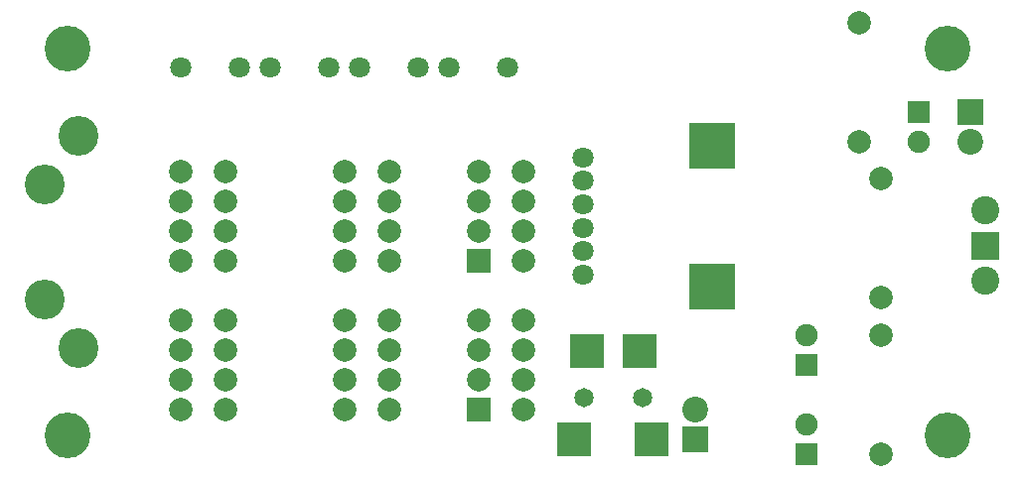
<source format=gbs>
G04 #@! TF.FileFunction,Soldermask,Bot*
%FSLAX46Y46*%
G04 Gerber Fmt 4.6, Leading zero omitted, Abs format (unit mm)*
G04 Created by KiCad (PCBNEW 4.0.6) date Mon Jun  5 15:03:05 2017*
%MOMM*%
%LPD*%
G01*
G04 APERTURE LIST*
%ADD10C,0.100000*%
%ADD11C,2.000000*%
%ADD12C,1.800000*%
%ADD13C,1.900000*%
%ADD14R,1.900000X1.900000*%
%ADD15R,2.900000X2.900000*%
%ADD16C,1.650000*%
%ADD17R,2.200000X2.200000*%
%ADD18C,2.200000*%
%ADD19C,3.400000*%
%ADD20R,2.400000X2.400000*%
%ADD21C,2.400000*%
%ADD22R,2.000000X2.000000*%
%ADD23R,3.900000X3.900000*%
%ADD24C,3.900000*%
G04 APERTURE END LIST*
D10*
D11*
X152400000Y-85090000D03*
X152400000Y-82550000D03*
X152400000Y-80010000D03*
X152400000Y-77470000D03*
X152400000Y-97790000D03*
X152400000Y-95250000D03*
X152400000Y-92710000D03*
X152400000Y-90170000D03*
D12*
X123190000Y-68580000D03*
X128190000Y-68580000D03*
X130810000Y-68580000D03*
X135810000Y-68580000D03*
D11*
X123190000Y-82550000D03*
X123190000Y-85090000D03*
X123190000Y-77470000D03*
X123190000Y-80010000D03*
X123190000Y-95250000D03*
X123190000Y-97790000D03*
X123190000Y-90170000D03*
X123190000Y-92710000D03*
D12*
X146050000Y-68580000D03*
X151050000Y-68580000D03*
X138430000Y-68580000D03*
X143430000Y-68580000D03*
D13*
X176530000Y-99060000D03*
D14*
X176530000Y-101600000D03*
D13*
X176530000Y-91440000D03*
D14*
X176530000Y-93980000D03*
D13*
X186055000Y-74930000D03*
D14*
X186055000Y-72390000D03*
D15*
X157770000Y-92830000D03*
X162270000Y-92830000D03*
D16*
X157520000Y-96830000D03*
X162520000Y-96830000D03*
D15*
X163320000Y-100330000D03*
X156720000Y-100330000D03*
D17*
X190500000Y-72390000D03*
D18*
X190500000Y-74930000D03*
D19*
X111543116Y-78580646D03*
X114456884Y-74419354D03*
X114456884Y-92580646D03*
X111543116Y-88419354D03*
D11*
X127000000Y-82550000D03*
X137160000Y-82550000D03*
X137160000Y-77470000D03*
X127000000Y-77470000D03*
X127000000Y-85090000D03*
X137160000Y-85090000D03*
X137160000Y-80010000D03*
X127000000Y-80010000D03*
X127000000Y-95250000D03*
X137160000Y-95250000D03*
X127000000Y-92710000D03*
X137160000Y-92710000D03*
X127000000Y-97790000D03*
X137160000Y-97790000D03*
X127000000Y-90170000D03*
X137160000Y-90170000D03*
X180975000Y-74930000D03*
X180975000Y-64770000D03*
X182880000Y-101600000D03*
X182880000Y-91440000D03*
X182880000Y-88265000D03*
X182880000Y-78105000D03*
D20*
X191770000Y-83820000D03*
D21*
X191770000Y-86820000D03*
X191770000Y-80820000D03*
D22*
X148590000Y-85090000D03*
D11*
X148590000Y-82550000D03*
X148590000Y-80010000D03*
X148590000Y-77470000D03*
X140970000Y-77470000D03*
X140970000Y-80010000D03*
X140970000Y-82550000D03*
X140970000Y-85090000D03*
D22*
X148590000Y-97790000D03*
D11*
X148590000Y-95250000D03*
X148590000Y-92710000D03*
X148590000Y-90170000D03*
X140970000Y-90170000D03*
X140970000Y-92710000D03*
X140970000Y-95250000D03*
X140970000Y-97790000D03*
D23*
X168480000Y-75280000D03*
D12*
X157480000Y-82280000D03*
X157480000Y-80280000D03*
X157480000Y-84280000D03*
X157480000Y-78280000D03*
X157480000Y-76280000D03*
X157480000Y-86280000D03*
D23*
X168480000Y-87280000D03*
D17*
X167005000Y-100330000D03*
D18*
X167005000Y-97790000D03*
D24*
X188500000Y-67000000D03*
X113500000Y-67000000D03*
X113500000Y-100000000D03*
X188500000Y-100000000D03*
M02*

</source>
